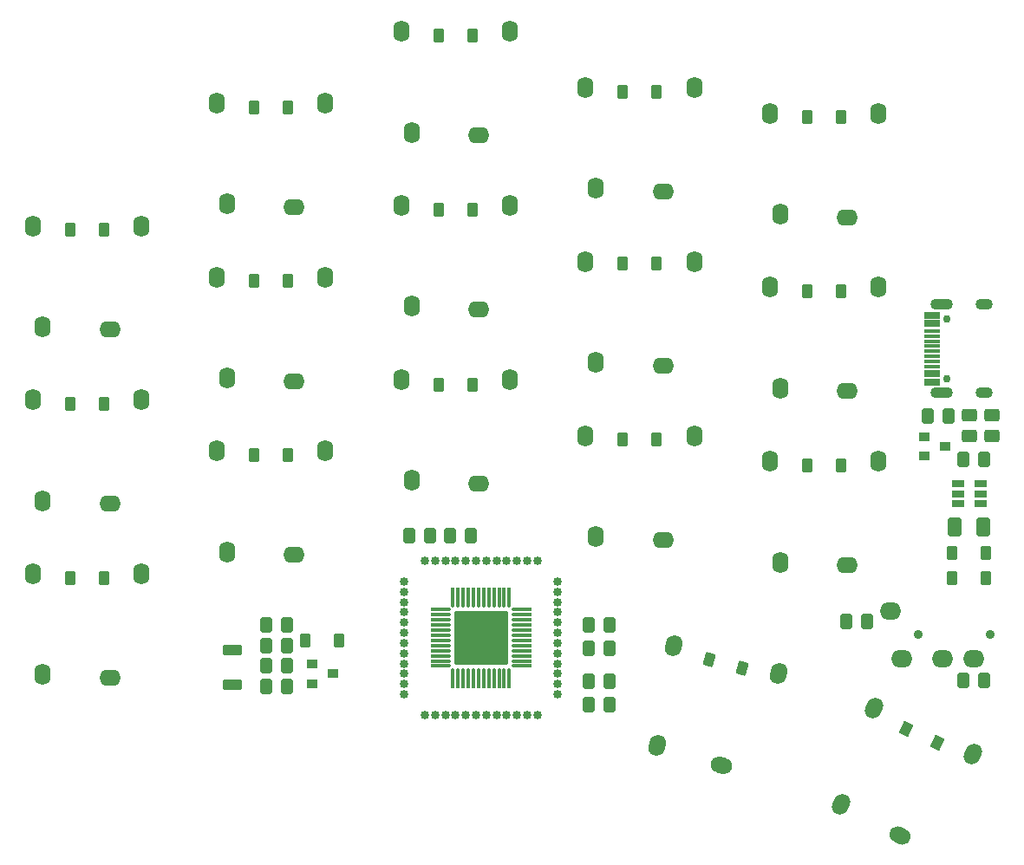
<source format=gbr>
%TF.GenerationSoftware,KiCad,Pcbnew,(6.0.7)*%
%TF.CreationDate,2022-09-28T21:23:56+08:00*%
%TF.ProjectId,ferris_left,66657272-6973-45f6-9c65-66742e6b6963,rev?*%
%TF.SameCoordinates,Original*%
%TF.FileFunction,Soldermask,Top*%
%TF.FilePolarity,Negative*%
%FSLAX46Y46*%
G04 Gerber Fmt 4.6, Leading zero omitted, Abs format (unit mm)*
G04 Created by KiCad (PCBNEW (6.0.7)) date 2022-09-28 21:23:56*
%MOMM*%
%LPD*%
G01*
G04 APERTURE LIST*
G04 Aperture macros list*
%AMRoundRect*
0 Rectangle with rounded corners*
0 $1 Rounding radius*
0 $2 $3 $4 $5 $6 $7 $8 $9 X,Y pos of 4 corners*
0 Add a 4 corners polygon primitive as box body*
4,1,4,$2,$3,$4,$5,$6,$7,$8,$9,$2,$3,0*
0 Add four circle primitives for the rounded corners*
1,1,$1+$1,$2,$3*
1,1,$1+$1,$4,$5*
1,1,$1+$1,$6,$7*
1,1,$1+$1,$8,$9*
0 Add four rect primitives between the rounded corners*
20,1,$1+$1,$2,$3,$4,$5,0*
20,1,$1+$1,$4,$5,$6,$7,0*
20,1,$1+$1,$6,$7,$8,$9,0*
20,1,$1+$1,$8,$9,$2,$3,0*%
%AMHorizOval*
0 Thick line with rounded ends*
0 $1 width*
0 $2 $3 position (X,Y) of the first rounded end (center of the circle)*
0 $4 $5 position (X,Y) of the second rounded end (center of the circle)*
0 Add line between two ends*
20,1,$1,$2,$3,$4,$5,0*
0 Add two circle primitives to create the rounded ends*
1,1,$1,$2,$3*
1,1,$1,$4,$5*%
G04 Aperture macros list end*
%ADD10O,1.600000X2.100000*%
%ADD11O,2.100000X1.600000*%
%ADD12RoundRect,0.300000X0.325000X0.450000X-0.325000X0.450000X-0.325000X-0.450000X0.325000X-0.450000X0*%
%ADD13RoundRect,0.050000X-0.450000X-0.600000X0.450000X-0.600000X0.450000X0.600000X-0.450000X0.600000X0*%
%ADD14C,0.750000*%
%ADD15RoundRect,0.050000X0.725000X-0.300000X0.725000X0.300000X-0.725000X0.300000X-0.725000X-0.300000X0*%
%ADD16RoundRect,0.050000X0.725000X-0.150000X0.725000X0.150000X-0.725000X0.150000X-0.725000X-0.150000X0*%
%ADD17O,1.700000X1.100000*%
%ADD18O,2.200000X1.100000*%
%ADD19RoundRect,0.050000X-0.661409X-0.353606X0.154268X-0.733963X0.661409X0.353606X-0.154268X0.733963X0*%
%ADD20RoundRect,0.050000X-0.589958X-0.463087X0.279375X-0.696024X0.589958X0.463087X-0.279375X0.696024X0*%
%ADD21RoundRect,0.300000X-0.325000X-0.450000X0.325000X-0.450000X0.325000X0.450000X-0.325000X0.450000X0*%
%ADD22HorizOval,1.600000X-0.105655X-0.226577X0.105655X0.226577X0*%
%ADD23HorizOval,1.600000X0.226577X-0.105655X-0.226577X0.105655X0*%
%ADD24C,0.900000*%
%ADD25O,2.100000X1.700000*%
%ADD26HorizOval,1.600000X-0.064705X-0.241481X0.064705X0.241481X0*%
%ADD27HorizOval,1.600000X0.241481X-0.064705X-0.241481X0.064705X0*%
%ADD28RoundRect,0.300000X0.375000X0.625000X-0.375000X0.625000X-0.375000X-0.625000X0.375000X-0.625000X0*%
%ADD29RoundRect,0.300000X0.450000X-0.325000X0.450000X0.325000X-0.450000X0.325000X-0.450000X-0.325000X0*%
%ADD30RoundRect,0.050000X0.450000X0.600000X-0.450000X0.600000X-0.450000X-0.600000X0.450000X-0.600000X0*%
%ADD31RoundRect,0.050000X-0.450000X-0.400000X0.450000X-0.400000X0.450000X0.400000X-0.450000X0.400000X0*%
%ADD32RoundRect,0.050000X-0.850000X0.450000X-0.850000X-0.450000X0.850000X-0.450000X0.850000X0.450000X0*%
%ADD33RoundRect,0.112500X0.062500X-0.375000X0.062500X0.375000X-0.062500X0.375000X-0.062500X-0.375000X0*%
%ADD34C,0.850000*%
%ADD35RoundRect,0.125000X0.075000X-0.662500X0.075000X0.662500X-0.075000X0.662500X-0.075000X-0.662500X0*%
%ADD36RoundRect,0.112500X0.375000X-0.062500X0.375000X0.062500X-0.375000X0.062500X-0.375000X-0.062500X0*%
%ADD37RoundRect,0.125000X0.662500X-0.075000X0.662500X0.075000X-0.662500X0.075000X-0.662500X-0.075000X0*%
%ADD38RoundRect,0.050000X2.575000X-2.575000X2.575000X2.575000X-2.575000X2.575000X-2.575000X-2.575000X0*%
%ADD39RoundRect,0.050000X-0.530000X-0.325000X0.530000X-0.325000X0.530000X0.325000X-0.530000X0.325000X0*%
G04 APERTURE END LIST*
D10*
%TO.C,K0_0*%
X17700000Y-46100000D03*
D11*
X24250000Y-46400000D03*
D10*
X27300000Y-36250000D03*
X16700000Y-36250000D03*
%TD*%
D12*
%TO.C,R1*%
X106172204Y-54811285D03*
X104122204Y-54811285D03*
%TD*%
D13*
%TO.C,D2_1*%
X38350000Y-58650000D03*
X41650000Y-58650000D03*
%TD*%
D10*
%TO.C,K1_3*%
X71700000Y-49600000D03*
D11*
X78250000Y-49900000D03*
D10*
X81300000Y-39750000D03*
X70700000Y-39750000D03*
%TD*%
D13*
%TO.C,D1_0*%
X20350000Y-53650000D03*
X23650000Y-53650000D03*
%TD*%
%TO.C,D2_4*%
X92350000Y-59650000D03*
X95650000Y-59650000D03*
%TD*%
%TO.C,D2_0*%
X20350000Y-70650000D03*
X23650000Y-70650000D03*
%TD*%
%TO.C,D0_2*%
X56350000Y-17650000D03*
X59650000Y-17650000D03*
%TD*%
D14*
%TO.C,J1*%
X105985000Y-45370000D03*
X105985000Y-51150000D03*
D15*
X104540000Y-51510000D03*
X104540000Y-50710000D03*
D16*
X104540000Y-49510000D03*
X104540000Y-48510000D03*
X104540000Y-48010000D03*
X104540000Y-47010000D03*
D15*
X104540000Y-45810000D03*
X104540000Y-45010000D03*
X104540000Y-45010000D03*
X104540000Y-45810000D03*
D16*
X104540000Y-46510000D03*
X104540000Y-47510000D03*
X104540000Y-49010000D03*
X104540000Y-50010000D03*
D15*
X104540000Y-50710000D03*
X104540000Y-51510000D03*
D17*
X109635000Y-52580000D03*
X109635000Y-43940000D03*
D18*
X105455000Y-43940000D03*
X105455000Y-52580000D03*
%TD*%
D10*
%TO.C,K0_1*%
X35700000Y-34100000D03*
D11*
X42250000Y-34400000D03*
D10*
X45300000Y-24250000D03*
X34700000Y-24250000D03*
%TD*%
%TO.C,K2_4*%
X89700000Y-69100000D03*
D11*
X96250000Y-69400000D03*
D10*
X99300000Y-59250000D03*
X88700000Y-59250000D03*
%TD*%
%TO.C,K0_3*%
X71700000Y-32600000D03*
D11*
X78250000Y-32900000D03*
D10*
X81300000Y-22750000D03*
X70700000Y-22750000D03*
%TD*%
D13*
%TO.C,D1_1*%
X38350000Y-41650000D03*
X41650000Y-41650000D03*
%TD*%
%TO.C,D0_3*%
X74350000Y-23150000D03*
X77650000Y-23150000D03*
%TD*%
D19*
%TO.C,D3_4*%
X102022726Y-85359459D03*
X105013542Y-86754099D03*
%TD*%
D10*
%TO.C,K2_0*%
X17700000Y-80100000D03*
D11*
X24250000Y-80400000D03*
D10*
X27300000Y-70250000D03*
X16700000Y-70250000D03*
%TD*%
D13*
%TO.C,D2_2*%
X56350000Y-51800000D03*
X59650000Y-51800000D03*
%TD*%
D10*
%TO.C,K2_3*%
X71700000Y-66600000D03*
D11*
X78250000Y-66900000D03*
D10*
X81300000Y-56750000D03*
X70700000Y-56750000D03*
%TD*%
D20*
%TO.C,D3_3*%
X82771223Y-78627948D03*
X85958779Y-79482050D03*
%TD*%
D13*
%TO.C,D1_3*%
X74350000Y-39900000D03*
X77650000Y-39900000D03*
%TD*%
%TO.C,D1_2*%
X56350000Y-34650000D03*
X59650000Y-34650000D03*
%TD*%
D21*
%TO.C,R2*%
X107560000Y-59055000D03*
X109610000Y-59055000D03*
%TD*%
D13*
%TO.C,D0_0*%
X20350000Y-36650000D03*
X23650000Y-36650000D03*
%TD*%
D10*
%TO.C,K0_4*%
X89700000Y-35100000D03*
D11*
X96250000Y-35400000D03*
D10*
X99300000Y-25250000D03*
X88700000Y-25250000D03*
%TD*%
%TO.C,K1_0*%
X17700000Y-63100000D03*
D11*
X24250000Y-63400000D03*
D10*
X27300000Y-53250000D03*
X16700000Y-53250000D03*
%TD*%
%TO.C,K0_2*%
X53700000Y-27100000D03*
D11*
X60250000Y-27400000D03*
D10*
X63300000Y-17250000D03*
X52700000Y-17250000D03*
%TD*%
D13*
%TO.C,D1_4*%
X92350000Y-42650000D03*
X95650000Y-42650000D03*
%TD*%
%TO.C,D0_4*%
X92350000Y-25650000D03*
X95650000Y-25650000D03*
%TD*%
%TO.C,D0_1*%
X38350000Y-24650000D03*
X41650000Y-24650000D03*
%TD*%
D22*
%TO.C,K3_4*%
X95625517Y-92726776D03*
D23*
X101435048Y-95766818D03*
D22*
X108488862Y-87856780D03*
X98881999Y-83377026D03*
%TD*%
D10*
%TO.C,K1_1*%
X35700000Y-51100000D03*
D11*
X42250000Y-51400000D03*
D10*
X45300000Y-41250000D03*
X34700000Y-41250000D03*
%TD*%
%TO.C,K1_2*%
X53700000Y-44100000D03*
D11*
X60250000Y-44400000D03*
D10*
X63300000Y-34250000D03*
X52700000Y-34250000D03*
%TD*%
D13*
%TO.C,D2_3*%
X74350000Y-57150000D03*
X77650000Y-57150000D03*
%TD*%
D10*
%TO.C,K2_1*%
X35700000Y-68100000D03*
D11*
X42250000Y-68400000D03*
D10*
X45300000Y-58250000D03*
X34700000Y-58250000D03*
%TD*%
%TO.C,K1_4*%
X89700000Y-52100000D03*
D11*
X96250000Y-52400000D03*
D10*
X99300000Y-42250000D03*
X88700000Y-42250000D03*
%TD*%
D24*
%TO.C,Jack0*%
X110192500Y-76200000D03*
X103192500Y-76200000D03*
D25*
X105592500Y-78500000D03*
X108592500Y-78500000D03*
X100492500Y-73900000D03*
X101592500Y-78500000D03*
%TD*%
D26*
%TO.C,K3_3*%
X77711542Y-86998300D03*
D27*
X83960710Y-88983342D03*
D26*
X89533797Y-79968593D03*
X79294984Y-77225111D03*
%TD*%
D10*
%TO.C,K2_2*%
X53700000Y-61100000D03*
D11*
X60250000Y-61400000D03*
D10*
X63300000Y-51250000D03*
X52700000Y-51250000D03*
%TD*%
D28*
%TO.C,F1*%
X109570001Y-65670003D03*
X106770001Y-65670003D03*
%TD*%
D29*
%TO.C,C1*%
X110396873Y-56751612D03*
X110396873Y-54701612D03*
%TD*%
D21*
%TO.C,C2*%
X96130000Y-74930000D03*
X98180000Y-74930000D03*
%TD*%
D12*
%TO.C,C3*%
X41525000Y-77250000D03*
X39475000Y-77250000D03*
%TD*%
%TO.C,C4*%
X41525000Y-81250000D03*
X39475000Y-81250000D03*
%TD*%
%TO.C,C5*%
X55525000Y-66500000D03*
X53475000Y-66500000D03*
%TD*%
D21*
%TO.C,C6*%
X57475000Y-66500000D03*
X59525000Y-66500000D03*
%TD*%
%TO.C,C7*%
X70975000Y-80750000D03*
X73025000Y-80750000D03*
%TD*%
%TO.C,C8*%
X70975000Y-83000000D03*
X73025000Y-83000000D03*
%TD*%
%TO.C,C9*%
X39475000Y-79250000D03*
X41525000Y-79250000D03*
%TD*%
D12*
%TO.C,C10*%
X73025000Y-77500000D03*
X70975000Y-77500000D03*
%TD*%
%TO.C,C11*%
X73025000Y-75250000D03*
X70975000Y-75250000D03*
%TD*%
D30*
%TO.C,D1*%
X109820001Y-68170003D03*
X106520001Y-68170003D03*
%TD*%
%TO.C,D2*%
X109820001Y-70670003D03*
X106520001Y-70670003D03*
%TD*%
D13*
%TO.C,D3*%
X43350000Y-76750000D03*
X46650000Y-76750000D03*
%TD*%
D31*
%TO.C,Q1*%
X44000000Y-79050000D03*
X44000000Y-80950000D03*
X46000000Y-80000000D03*
%TD*%
D21*
%TO.C,R4*%
X107560000Y-80645000D03*
X109610000Y-80645000D03*
%TD*%
D12*
%TO.C,R5*%
X41525000Y-75250000D03*
X39475000Y-75250000D03*
%TD*%
D32*
%TO.C,SW1*%
X36195000Y-77675000D03*
X36195000Y-81075000D03*
%TD*%
D33*
%TO.C,U1*%
X57750000Y-79937500D03*
D34*
X55000000Y-84000000D03*
D35*
X57750000Y-80662500D03*
X58250000Y-80662500D03*
D33*
X58250000Y-79937500D03*
D34*
X56000000Y-84000000D03*
D35*
X58750000Y-80662500D03*
D33*
X58750000Y-79937500D03*
D34*
X57000000Y-84000000D03*
D33*
X59250000Y-79937500D03*
D34*
X58000000Y-84000000D03*
D35*
X59250000Y-80662500D03*
D34*
X59000000Y-84000000D03*
D33*
X59750000Y-79937500D03*
D35*
X59750000Y-80662500D03*
X60250000Y-80662500D03*
D34*
X60000000Y-84000000D03*
D33*
X60250000Y-79937500D03*
X60750000Y-79937500D03*
D35*
X60750000Y-80662500D03*
D34*
X61000000Y-84000000D03*
D35*
X61250000Y-80662500D03*
D33*
X61250000Y-79937500D03*
D34*
X62000000Y-84000000D03*
X63000000Y-84000000D03*
D35*
X61750000Y-80662500D03*
D33*
X61750000Y-79937500D03*
D34*
X64000000Y-84000000D03*
D35*
X62250000Y-80662500D03*
D33*
X62250000Y-79937500D03*
X62750000Y-79937500D03*
D35*
X62750000Y-80662500D03*
D34*
X65000000Y-84000000D03*
X66000000Y-84000000D03*
D35*
X63250000Y-80662500D03*
D33*
X63250000Y-79937500D03*
D34*
X68000000Y-82000000D03*
D36*
X63937500Y-79250000D03*
D37*
X64662500Y-79250000D03*
D36*
X63937500Y-78750000D03*
D34*
X68000000Y-81000000D03*
D37*
X64662500Y-78750000D03*
D36*
X63937500Y-78250000D03*
D34*
X68000000Y-80000000D03*
D37*
X64662500Y-78250000D03*
X64662500Y-77750000D03*
D36*
X63937500Y-77750000D03*
D34*
X68000000Y-79000000D03*
X68000000Y-78000000D03*
D36*
X63937500Y-77250000D03*
D37*
X64662500Y-77250000D03*
D34*
X68000000Y-77000000D03*
D36*
X63937500Y-76750000D03*
D37*
X64662500Y-76750000D03*
X64662500Y-76250000D03*
D36*
X63937500Y-76250000D03*
D34*
X68000000Y-76000000D03*
X68000000Y-75000000D03*
D37*
X64662500Y-75750000D03*
D36*
X63937500Y-75750000D03*
D34*
X68000000Y-74000000D03*
D37*
X64662500Y-75250000D03*
D36*
X63937500Y-75250000D03*
D34*
X68000000Y-73000000D03*
D36*
X63937500Y-74750000D03*
D37*
X64662500Y-74750000D03*
D36*
X63937500Y-74250000D03*
D37*
X64662500Y-74250000D03*
D34*
X68000000Y-72000000D03*
D36*
X63937500Y-73750000D03*
D37*
X64662500Y-73750000D03*
D34*
X68000000Y-71000000D03*
D35*
X63250000Y-72337500D03*
D33*
X63250000Y-73062500D03*
D34*
X66000000Y-69000000D03*
X65000000Y-69000000D03*
D33*
X62750000Y-73062500D03*
D35*
X62750000Y-72337500D03*
X62250000Y-72337500D03*
D33*
X62250000Y-73062500D03*
D34*
X64000000Y-69000000D03*
D35*
X61750000Y-72337500D03*
D33*
X61750000Y-73062500D03*
D34*
X63000000Y-69000000D03*
D33*
X61250000Y-73062500D03*
D34*
X62000000Y-69000000D03*
D35*
X61250000Y-72337500D03*
D34*
X61000000Y-69000000D03*
D33*
X60750000Y-73062500D03*
D35*
X60750000Y-72337500D03*
D34*
X60000000Y-69000000D03*
D33*
X60250000Y-73062500D03*
D35*
X60250000Y-72337500D03*
D34*
X59000000Y-69000000D03*
D33*
X59750000Y-73062500D03*
D35*
X59750000Y-72337500D03*
X59250000Y-72337500D03*
D33*
X59250000Y-73062500D03*
D34*
X58000000Y-69000000D03*
D35*
X58750000Y-72337500D03*
D34*
X57000000Y-69000000D03*
D33*
X58750000Y-73062500D03*
D34*
X56000000Y-69000000D03*
D33*
X58250000Y-73062500D03*
D35*
X58250000Y-72337500D03*
D34*
X55000000Y-69000000D03*
D35*
X57750000Y-72337500D03*
D33*
X57750000Y-73062500D03*
D37*
X56337500Y-73750000D03*
D34*
X53000000Y-71000000D03*
D36*
X57062500Y-73750000D03*
D37*
X56337500Y-74250000D03*
D36*
X57062500Y-74250000D03*
D34*
X53000000Y-72000000D03*
D36*
X57062500Y-74750000D03*
D37*
X56337500Y-74750000D03*
D34*
X53000000Y-73000000D03*
D36*
X57062500Y-75250000D03*
D34*
X53000000Y-74000000D03*
D37*
X56337500Y-75250000D03*
D36*
X57062500Y-75750000D03*
D34*
X53000000Y-75000000D03*
D37*
X56337500Y-75750000D03*
X56337500Y-76250000D03*
D34*
X53000000Y-76000000D03*
D36*
X57062500Y-76250000D03*
D34*
X53000000Y-77000000D03*
D37*
X56337500Y-76750000D03*
D36*
X57062500Y-76750000D03*
X57062500Y-77250000D03*
D37*
X56337500Y-77250000D03*
D34*
X53000000Y-78000000D03*
D36*
X57062500Y-77750000D03*
D34*
X53000000Y-79000000D03*
D37*
X56337500Y-77750000D03*
X56337500Y-78250000D03*
D34*
X53000000Y-80000000D03*
D36*
X57062500Y-78250000D03*
X57062500Y-78750000D03*
D37*
X56337500Y-78750000D03*
D34*
X53000000Y-81000000D03*
D37*
X56337500Y-79250000D03*
D34*
X53000000Y-82000000D03*
D36*
X57062500Y-79250000D03*
D38*
X60500000Y-76500000D03*
%TD*%
D31*
%TO.C,U3*%
X103775000Y-56835000D03*
X103775000Y-58735000D03*
X105775000Y-57785000D03*
%TD*%
D39*
%TO.C,U4*%
X107070001Y-61470003D03*
X107070001Y-62420003D03*
X107070001Y-63370003D03*
X109270001Y-63370003D03*
X109270001Y-62420003D03*
X109270001Y-61470003D03*
%TD*%
D29*
%TO.C,R3*%
X108189320Y-56751612D03*
X108189320Y-54701612D03*
%TD*%
M02*

</source>
